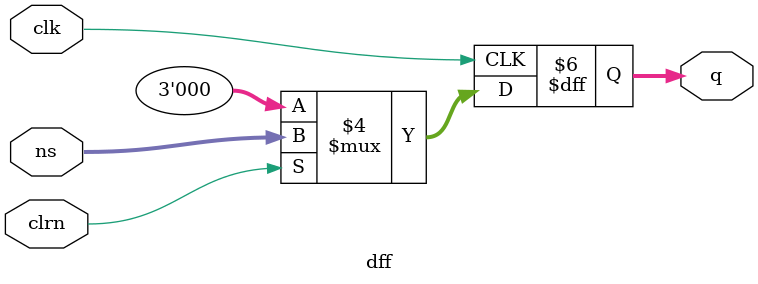
<source format=v>
`timescale 1ns / 1ps


module dff(ns, clk, clrn, q );
    input [2:0] ns;
    input clk, clrn;
    output reg [2:0] q;
    
    always @(posedge clk) begin
        if (clrn==0) begin  
            q=3'b000;
            end
        else begin
            q=ns;
            end
    end
endmodule


</source>
